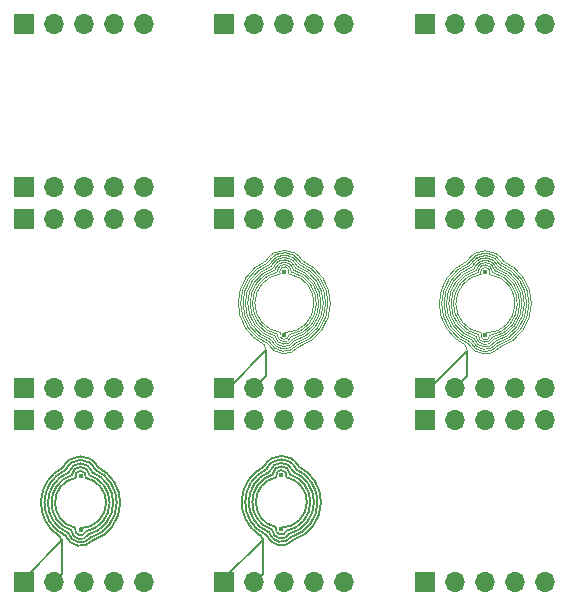
<source format=gbr>
%TF.GenerationSoftware,KiCad,Pcbnew,7.0.10*%
%TF.CreationDate,2024-02-14T10:35:43+01:00*%
%TF.ProjectId,Planar_XFMR,506c616e-6172-45f5-9846-4d522e6b6963,A*%
%TF.SameCoordinates,Original*%
%TF.FileFunction,Copper,L3,Inr*%
%TF.FilePolarity,Positive*%
%FSLAX46Y46*%
G04 Gerber Fmt 4.6, Leading zero omitted, Abs format (unit mm)*
G04 Created by KiCad (PCBNEW 7.0.10) date 2024-02-14 10:35:43*
%MOMM*%
%LPD*%
G01*
G04 APERTURE LIST*
%TA.AperFunction,NonConductor*%
%ADD10C,0.100000*%
%TD*%
%TA.AperFunction,NonConductor*%
%ADD11C,0.200000*%
%TD*%
%TA.AperFunction,ComponentPad*%
%ADD12R,1.700000X1.700000*%
%TD*%
%TA.AperFunction,ComponentPad*%
%ADD13O,1.700000X1.700000*%
%TD*%
%TA.AperFunction,ViaPad*%
%ADD14C,0.450000*%
%TD*%
%TA.AperFunction,Conductor*%
%ADD15C,0.200000*%
%TD*%
G04 APERTURE END LIST*
D10*
X149992314Y-59997959D02*
G75*
G03*
X152520925Y-56635459I-971389J3362500D01*
G01*
X147481333Y-53052212D02*
G75*
G03*
X145120925Y-56635459I1539592J-3583247D01*
G01*
X147756862Y-53371697D02*
G75*
G03*
X145520925Y-56635459I1264063J-3263762D01*
G01*
X145720926Y-56635459D02*
G75*
G03*
X147916980Y-59745330I3299999J0D01*
G01*
X147629777Y-53206945D02*
G75*
G03*
X145320925Y-56635459I1391148J-3428514D01*
G01*
X150113169Y-60170569D02*
G75*
G03*
X152720925Y-56635459I-1092244J3535110D01*
G01*
X150232695Y-60342427D02*
G75*
G03*
X152920925Y-56635459I-1211770J3706968D01*
G01*
X149594929Y-59485154D02*
G75*
G03*
X149799077Y-53834616I-574004J2849695D01*
G01*
X148663154Y-59131574D02*
G75*
G03*
X149420925Y-59310459I357771J-178885D01*
G01*
X148430000Y-54000918D02*
G75*
G03*
X146320925Y-56635459I590925J-2634541D01*
G01*
X146120925Y-56635459D02*
G75*
G03*
X148244628Y-59429625I2900000J0D01*
G01*
X148244628Y-53841293D02*
G75*
G03*
X146120925Y-56635459I776297J-2794166D01*
G01*
X149739635Y-59650995D02*
G75*
G03*
X152120925Y-56635459I-718710J3015536D01*
G01*
X146320926Y-56635459D02*
G75*
G03*
X148430000Y-59269999I2699999J0D01*
G01*
X150420752Y-53185554D02*
G75*
G03*
X147806116Y-52919194I-1399827J-774905D01*
G01*
X148235502Y-59462477D02*
G75*
G03*
X149741365Y-59658258I785423J152018D01*
G01*
X150287873Y-53364248D02*
G75*
G03*
X147925109Y-53088787I-1266948J-596211D01*
G01*
X150131822Y-53506001D02*
G75*
G03*
X148045925Y-53260459I-1110897J-454458D01*
G01*
X148420926Y-59310459D02*
G75*
G03*
X149594928Y-59485156I599999J0D01*
G01*
X149974803Y-53659234D02*
G75*
G03*
X148169863Y-53434803I-953878J-301225D01*
G01*
X147910028Y-59764917D02*
G75*
G03*
X149995925Y-60010459I1110897J454458D01*
G01*
X147756862Y-53371697D02*
G75*
G03*
X145520925Y-56635459I1264063J-3263762D01*
G01*
X149020925Y-59135458D02*
G75*
G03*
X149375627Y-54160751I0J2499999D01*
G01*
X147621098Y-60085364D02*
G75*
G03*
X150235734Y-60351724I1399827J774905D01*
G01*
X145720926Y-56635459D02*
G75*
G03*
X147916980Y-59745330I3299999J0D01*
G01*
X150113169Y-60170569D02*
G75*
G03*
X152720925Y-56635459I-1092244J3535110D01*
G01*
X149806348Y-53808441D02*
G75*
G03*
X148300485Y-53612660I-785423J-152018D01*
G01*
X147481333Y-53052212D02*
G75*
G03*
X145120925Y-56635459I1539592J-3583247D01*
G01*
X149992314Y-59997959D02*
G75*
G03*
X152520925Y-56635459I-971389J3362500D01*
G01*
X149620924Y-53960459D02*
G75*
G03*
X148446922Y-53785762I-599999J0D01*
G01*
X147629777Y-53206945D02*
G75*
G03*
X145320925Y-56635459I1391148J-3428514D01*
G01*
X150232695Y-60342427D02*
G75*
G03*
X152920925Y-56635459I-1211770J3706968D01*
G01*
X148620926Y-53960459D02*
G75*
G03*
X148663155Y-54139344I399999J0D01*
G01*
X148067047Y-59611684D02*
G75*
G03*
X149871987Y-59836115I953878J301225D01*
G01*
X148666222Y-54160750D02*
G75*
G03*
X146520925Y-56635459I354703J-2474709D01*
G01*
X147753977Y-59906670D02*
G75*
G03*
X150116741Y-60182131I1266948J596211D01*
G01*
X149620925Y-53960459D02*
G75*
G03*
X148420925Y-53960459I-600000J0D01*
G01*
X149378696Y-54139344D02*
G75*
G03*
X148620925Y-53960459I-357771J178885D01*
G01*
X145920925Y-56635459D02*
G75*
G03*
X148074783Y-59587546I3100000J0D01*
G01*
X149420925Y-59310458D02*
G75*
G03*
X149612888Y-53996293I-400000J2674999D01*
G01*
X149974803Y-53659234D02*
G75*
G03*
X148067047Y-53659234I-953878J-301225D01*
G01*
X150131821Y-53506001D02*
G75*
G03*
X147901326Y-53527886I-1110896J-454458D01*
G01*
X145120925Y-56635459D02*
G75*
G03*
X147315873Y-60142994I3900000J0D01*
G01*
X145320926Y-56635459D02*
G75*
G03*
X147629778Y-60063972I3699999J0D01*
G01*
X147910028Y-59764917D02*
G75*
G03*
X149995925Y-60010459I1110897J454458D01*
G01*
X148235502Y-59462477D02*
G75*
G03*
X149741365Y-59658258I785423J152018D01*
G01*
X148067047Y-59611684D02*
G75*
G03*
X149871987Y-59836115I953878J301225D01*
G01*
X147621098Y-60085364D02*
G75*
G03*
X150235734Y-60351724I1399827J774905D01*
G01*
X148420926Y-59310459D02*
G75*
G03*
X149594928Y-59485156I599999J0D01*
G01*
X148620926Y-53960459D02*
G75*
G03*
X148663155Y-54139344I399999J0D01*
G01*
X147753977Y-59906670D02*
G75*
G03*
X150116741Y-60182131I1266948J596211D01*
G01*
X149020925Y-59135458D02*
G75*
G03*
X149375627Y-54160751I0J2499999D01*
G01*
X149974803Y-53659234D02*
G75*
G03*
X148169863Y-53434803I-953878J-301225D01*
G01*
X149620924Y-53960459D02*
G75*
G03*
X148446922Y-53785762I-599999J0D01*
G01*
X150287873Y-53364248D02*
G75*
G03*
X147925109Y-53088787I-1266948J-596211D01*
G01*
X149806348Y-53808441D02*
G75*
G03*
X148300485Y-53612660I-785423J-152018D01*
G01*
X150420752Y-53185554D02*
G75*
G03*
X147806116Y-52919194I-1399827J-774905D01*
G01*
X150131822Y-53506001D02*
G75*
G03*
X148045925Y-53260459I-1110897J-454458D01*
G01*
X148666222Y-54160750D02*
G75*
G03*
X146520925Y-56635459I354703J-2474709D01*
G01*
X149378695Y-54139344D02*
G75*
G03*
X148620926Y-53960459I-357770J178885D01*
G01*
X150573040Y-53048900D02*
G75*
G03*
X147475242Y-53038035I-1552115J-911559D01*
G01*
X150287873Y-53364248D02*
G75*
G03*
X147753977Y-53364248I-1266948J-596211D01*
G01*
X150420752Y-53185554D02*
G75*
G03*
X147621098Y-53185554I-1399827J-774905D01*
G01*
X149806349Y-53808441D02*
G75*
G03*
X148235501Y-53808441I-785424J-152018D01*
G01*
X152720925Y-56635459D02*
G75*
G03*
X150412073Y-53206945I-3700000J0D01*
G01*
X152920925Y-56635459D02*
G75*
G03*
X150569863Y-53056242I-3900000J0D01*
G01*
X148663155Y-59131574D02*
G75*
G03*
X149420924Y-59310459I357770J-178885D01*
G01*
X145520926Y-56635459D02*
G75*
G03*
X147756862Y-59899220I3499999J0D01*
G01*
X152520924Y-56635459D02*
G75*
G03*
X150284988Y-53371698I-3499999J0D01*
G01*
X146520926Y-56635459D02*
G75*
G03*
X148666222Y-59110167I2499999J0D01*
G01*
X149868936Y-59824640D02*
G75*
G03*
X152320925Y-56635459I-848011J3189181D01*
G01*
X152120924Y-56635459D02*
G75*
G03*
X149967068Y-53683374I-3099999J0D01*
G01*
X149378695Y-54139344D02*
G75*
G03*
X148620926Y-53960459I-357770J178885D01*
G01*
X150573040Y-53048900D02*
G75*
G03*
X147475242Y-53038035I-1552115J-911559D01*
G01*
X150287873Y-53364248D02*
G75*
G03*
X147753977Y-53364248I-1266948J-596211D01*
G01*
X150420752Y-53185554D02*
G75*
G03*
X147621098Y-53185554I-1399827J-774905D01*
G01*
X149806349Y-53808441D02*
G75*
G03*
X148235501Y-53808441I-785424J-152018D01*
G01*
X152320924Y-56635459D02*
G75*
G03*
X150124870Y-53525588I-3299999J0D01*
G01*
X148074782Y-53683373D02*
G75*
G03*
X145920925Y-56635459I946143J-2952086D01*
G01*
X147902378Y-53530809D02*
G75*
G03*
X145720925Y-56635459I1118547J-3104650D01*
G01*
X152320924Y-56635459D02*
G75*
G03*
X150124870Y-53525588I-3299999J0D01*
G01*
X148074782Y-53683373D02*
G75*
G03*
X145920925Y-56635459I946143J-2952086D01*
G01*
X152720925Y-56635459D02*
G75*
G03*
X150412073Y-53206945I-3700000J0D01*
G01*
X146520926Y-56635459D02*
G75*
G03*
X148666222Y-59110167I2499999J0D01*
G01*
X152120924Y-56635459D02*
G75*
G03*
X149967068Y-53683374I-3099999J0D01*
G01*
X149868936Y-59824640D02*
G75*
G03*
X152320925Y-56635459I-848011J3189181D01*
G01*
X147902378Y-53530809D02*
G75*
G03*
X145720925Y-56635459I1118547J-3104650D01*
G01*
X152920925Y-56635459D02*
G75*
G03*
X150569863Y-53056242I-3900000J0D01*
G01*
X148663155Y-59131574D02*
G75*
G03*
X149420924Y-59310459I357770J-178885D01*
G01*
X145520926Y-56635459D02*
G75*
G03*
X147756862Y-59899220I3499999J0D01*
G01*
X152520924Y-56635459D02*
G75*
G03*
X150284988Y-53371698I-3499999J0D01*
G01*
X145120925Y-56635459D02*
G75*
G03*
X147315873Y-60142994I3900000J0D01*
G01*
X145320926Y-56635459D02*
G75*
G03*
X147629778Y-60063972I3699999J0D01*
G01*
X149620925Y-53960459D02*
G75*
G03*
X148420925Y-53960459I-600000J0D01*
G01*
X149378696Y-54139344D02*
G75*
G03*
X148620925Y-53960459I-357771J178885D01*
G01*
X150131821Y-53506001D02*
G75*
G03*
X147901326Y-53527886I-1110896J-454458D01*
G01*
X149974803Y-53659234D02*
G75*
G03*
X148067047Y-53659234I-953878J-301225D01*
G01*
X149420925Y-59310458D02*
G75*
G03*
X149612888Y-53996293I-400000J2674999D01*
G01*
X145920925Y-56635459D02*
G75*
G03*
X148074783Y-59587546I3100000J0D01*
G01*
X149739635Y-59650995D02*
G75*
G03*
X152120925Y-56635459I-718710J3015536D01*
G01*
X148430000Y-54000918D02*
G75*
G03*
X146320925Y-56635459I590925J-2634541D01*
G01*
X146120925Y-56635459D02*
G75*
G03*
X148244628Y-59429625I2900000J0D01*
G01*
X146320926Y-56635459D02*
G75*
G03*
X148430000Y-59269999I2699999J0D01*
G01*
X148244628Y-53841293D02*
G75*
G03*
X146120925Y-56635459I776297J-2794166D01*
G01*
X149594929Y-59485154D02*
G75*
G03*
X149799077Y-53834616I-574004J2849695D01*
G01*
X148663154Y-59131574D02*
G75*
G03*
X149420925Y-59310459I357771J-178885D01*
G01*
X147315873Y-60142994D02*
X147470925Y-60660459D01*
X130294948Y-60107535D02*
X130450000Y-60625000D01*
X132971389Y-59962500D02*
G75*
G03*
X135500000Y-56600000I-971389J3362500D01*
G01*
X130460408Y-53016753D02*
G75*
G03*
X128100000Y-56600000I1539592J-3583247D01*
G01*
X130735937Y-53336238D02*
G75*
G03*
X128500000Y-56600000I1264063J-3263762D01*
G01*
X128700001Y-56600000D02*
G75*
G03*
X130896055Y-59709871I3299999J0D01*
G01*
X130608852Y-53171486D02*
G75*
G03*
X128300000Y-56600000I1391148J-3428514D01*
G01*
X133092244Y-60135110D02*
G75*
G03*
X135700000Y-56600000I-1092244J3535110D01*
G01*
X133211770Y-60306968D02*
G75*
G03*
X135900000Y-56600000I-1211770J3706968D01*
G01*
X130889103Y-59729458D02*
G75*
G03*
X132975000Y-59975000I1110897J454458D01*
G01*
X131214577Y-59427018D02*
G75*
G03*
X132720440Y-59622799I785423J152018D01*
G01*
X131046122Y-59576225D02*
G75*
G03*
X132851062Y-59800656I953878J301225D01*
G01*
X130600173Y-60049905D02*
G75*
G03*
X133214809Y-60316265I1399827J774905D01*
G01*
X131400001Y-59275000D02*
G75*
G03*
X132574003Y-59449697I599999J0D01*
G01*
X131600001Y-53925000D02*
G75*
G03*
X131642230Y-54103885I399999J0D01*
G01*
X130733052Y-59871211D02*
G75*
G03*
X133095816Y-60146672I1266948J596211D01*
G01*
X132000000Y-59099999D02*
G75*
G03*
X132354702Y-54125292I0J2499999D01*
G01*
X132953878Y-53623775D02*
G75*
G03*
X131148938Y-53399344I-953878J-301225D01*
G01*
X132599999Y-53925000D02*
G75*
G03*
X131425997Y-53750303I-599999J0D01*
G01*
X133266948Y-53328789D02*
G75*
G03*
X130904184Y-53053328I-1266948J-596211D01*
G01*
X132785423Y-53772982D02*
G75*
G03*
X131279560Y-53577201I-785423J-152018D01*
G01*
X133399827Y-53150095D02*
G75*
G03*
X130785191Y-52883735I-1399827J-774905D01*
G01*
X133110897Y-53470542D02*
G75*
G03*
X131025000Y-53225000I-1110897J-454458D01*
G01*
X131645297Y-54125291D02*
G75*
G03*
X129500000Y-56600000I354703J-2474709D01*
G01*
X132357770Y-54103885D02*
G75*
G03*
X131600001Y-53925000I-357770J178885D01*
G01*
X133552115Y-53013441D02*
G75*
G03*
X130454317Y-53002576I-1552115J-911559D01*
G01*
X133266948Y-53328789D02*
G75*
G03*
X130733052Y-53328789I-1266948J-596211D01*
G01*
X133399827Y-53150095D02*
G75*
G03*
X130600173Y-53150095I-1399827J-774905D01*
G01*
X132785424Y-53772982D02*
G75*
G03*
X131214576Y-53772982I-785424J-152018D01*
G01*
X135299999Y-56600000D02*
G75*
G03*
X133103945Y-53490129I-3299999J0D01*
G01*
X131053857Y-53647914D02*
G75*
G03*
X128900000Y-56600000I946143J-2952086D01*
G01*
X135700000Y-56600000D02*
G75*
G03*
X133391148Y-53171486I-3700000J0D01*
G01*
X129500001Y-56600000D02*
G75*
G03*
X131645297Y-59074708I2499999J0D01*
G01*
X135099999Y-56600000D02*
G75*
G03*
X132946143Y-53647915I-3099999J0D01*
G01*
X132848011Y-59789181D02*
G75*
G03*
X135300000Y-56600000I-848011J3189181D01*
G01*
X130881453Y-53495350D02*
G75*
G03*
X128700000Y-56600000I1118547J-3104650D01*
G01*
X135900000Y-56600000D02*
G75*
G03*
X133548938Y-53020783I-3900000J0D01*
G01*
X131642230Y-59096115D02*
G75*
G03*
X132399999Y-59275000I357770J-178885D01*
G01*
X128500001Y-56600000D02*
G75*
G03*
X130735937Y-59863761I3499999J0D01*
G01*
X135499999Y-56600000D02*
G75*
G03*
X133264063Y-53336239I-3499999J0D01*
G01*
X128100000Y-56600000D02*
G75*
G03*
X130294948Y-60107535I3900000J0D01*
G01*
X128300001Y-56600000D02*
G75*
G03*
X130608853Y-60028513I3699999J0D01*
G01*
X132600000Y-53925000D02*
G75*
G03*
X131400000Y-53925000I-600000J0D01*
G01*
X132357771Y-54103885D02*
G75*
G03*
X131600000Y-53925000I-357771J178885D01*
G01*
X133110896Y-53470542D02*
G75*
G03*
X130880401Y-53492427I-1110896J-454458D01*
G01*
X132953878Y-53623775D02*
G75*
G03*
X131046122Y-53623775I-953878J-301225D01*
G01*
X132400000Y-59274999D02*
G75*
G03*
X132591963Y-53960834I-400000J2674999D01*
G01*
X128900000Y-56600000D02*
G75*
G03*
X131053858Y-59552087I3100000J0D01*
G01*
X132718710Y-59615536D02*
G75*
G03*
X135100000Y-56600000I-718710J3015536D01*
G01*
X131409075Y-53965459D02*
G75*
G03*
X129300000Y-56600000I590925J-2634541D01*
G01*
X129100000Y-56600000D02*
G75*
G03*
X131223703Y-59394166I2900000J0D01*
G01*
X129300001Y-56600000D02*
G75*
G03*
X131409075Y-59234540I2699999J0D01*
G01*
X131223703Y-53805834D02*
G75*
G03*
X129100000Y-56600000I776297J-2794166D01*
G01*
X132574004Y-59449695D02*
G75*
G03*
X132778152Y-53799157I-574004J2849695D01*
G01*
X131642229Y-59096115D02*
G75*
G03*
X132400000Y-59275000I357771J-178885D01*
G01*
X135499999Y-56600000D02*
G75*
G03*
X133264063Y-53336239I-3499999J0D01*
G01*
X128100000Y-56600000D02*
G75*
G03*
X130294948Y-60107535I3900000J0D01*
G01*
X128300001Y-56600000D02*
G75*
G03*
X130608853Y-60028513I3699999J0D01*
G01*
X128500001Y-56600000D02*
G75*
G03*
X130735937Y-59863761I3499999J0D01*
G01*
X128700001Y-56600000D02*
G75*
G03*
X130896055Y-59709871I3299999J0D01*
G01*
X133211770Y-60306968D02*
G75*
G03*
X135900000Y-56600000I-1211770J3706968D01*
G01*
X133092244Y-60135110D02*
G75*
G03*
X135700000Y-56600000I-1092244J3535110D01*
G01*
X132971389Y-59962500D02*
G75*
G03*
X135500000Y-56600000I-971389J3362500D01*
G01*
X130460408Y-53016753D02*
G75*
G03*
X128100000Y-56600000I1539592J-3583247D01*
G01*
X130608852Y-53171486D02*
G75*
G03*
X128300000Y-56600000I1391148J-3428514D01*
G01*
X130735937Y-53336238D02*
G75*
G03*
X128500000Y-56600000I1264063J-3263762D01*
G01*
X130881453Y-53495350D02*
G75*
G03*
X128700000Y-56600000I1118547J-3104650D01*
G01*
X131053857Y-53647914D02*
G75*
G03*
X128900000Y-56600000I946143J-2952086D01*
G01*
X135900000Y-56600000D02*
G75*
G03*
X133548938Y-53020783I-3900000J0D01*
G01*
X135700000Y-56600000D02*
G75*
G03*
X133391148Y-53171486I-3700000J0D01*
G01*
X135299999Y-56600000D02*
G75*
G03*
X133103945Y-53490129I-3299999J0D01*
G01*
X135099999Y-56600000D02*
G75*
G03*
X132946143Y-53647915I-3099999J0D01*
G01*
X132848011Y-59789181D02*
G75*
G03*
X135300000Y-56600000I-848011J3189181D01*
G01*
X128900000Y-56600000D02*
G75*
G03*
X131053858Y-59552087I3100000J0D01*
G01*
X132718710Y-59615536D02*
G75*
G03*
X135100000Y-56600000I-718710J3015536D01*
G01*
X129100000Y-56600000D02*
G75*
G03*
X131223703Y-59394166I2900000J0D01*
G01*
X131223703Y-53805834D02*
G75*
G03*
X129100000Y-56600000I776297J-2794166D01*
G01*
X132574004Y-59449695D02*
G75*
G03*
X132778152Y-53799157I-574004J2849695D01*
G01*
X129300001Y-56600000D02*
G75*
G03*
X131409075Y-59234540I2699999J0D01*
G01*
X131409075Y-53965459D02*
G75*
G03*
X129300000Y-56600000I590925J-2634541D01*
G01*
X132400000Y-59274999D02*
G75*
G03*
X132591963Y-53960834I-400000J2674999D01*
G01*
X129500001Y-56600000D02*
G75*
G03*
X131645297Y-59074708I2499999J0D01*
G01*
X131645297Y-54125291D02*
G75*
G03*
X129500000Y-56600000I354703J-2474709D01*
G01*
X132000000Y-59099999D02*
G75*
G03*
X132354702Y-54125292I0J2499999D01*
G01*
X133110897Y-53470542D02*
G75*
G03*
X131025000Y-53225000I-1110897J-454458D01*
G01*
X132785423Y-53772982D02*
G75*
G03*
X131279560Y-53577201I-785423J-152018D01*
G01*
X132953878Y-53623775D02*
G75*
G03*
X131148938Y-53399344I-953878J-301225D01*
G01*
X133399827Y-53150095D02*
G75*
G03*
X130785191Y-52883735I-1399827J-774905D01*
G01*
X132599999Y-53925000D02*
G75*
G03*
X131425997Y-53750303I-599999J0D01*
G01*
X133266948Y-53328789D02*
G75*
G03*
X130904184Y-53053328I-1266948J-596211D01*
G01*
X133266948Y-53328789D02*
G75*
G03*
X130733052Y-53328789I-1266948J-596211D01*
G01*
X133399827Y-53150095D02*
G75*
G03*
X130600173Y-53150095I-1399827J-774905D01*
G01*
X133552115Y-53013441D02*
G75*
G03*
X130454317Y-53002576I-1552115J-911559D01*
G01*
X132357770Y-54103885D02*
G75*
G03*
X131600001Y-53925000I-357770J178885D01*
G01*
X132785424Y-53772982D02*
G75*
G03*
X131214576Y-53772982I-785424J-152018D01*
G01*
X133110896Y-53470542D02*
G75*
G03*
X130880401Y-53492427I-1110896J-454458D01*
G01*
X132953878Y-53623775D02*
G75*
G03*
X131046122Y-53623775I-953878J-301225D01*
G01*
X132600000Y-53925000D02*
G75*
G03*
X131400000Y-53925000I-600000J0D01*
G01*
X132357771Y-54103885D02*
G75*
G03*
X131600000Y-53925000I-357771J178885D01*
G01*
X131600001Y-53925000D02*
G75*
G03*
X131642230Y-54103885I399999J0D01*
G01*
X130600173Y-60049905D02*
G75*
G03*
X133214809Y-60316265I1399827J774905D01*
G01*
X130733052Y-59871211D02*
G75*
G03*
X133095816Y-60146672I1266948J596211D01*
G01*
X130889103Y-59729458D02*
G75*
G03*
X132975000Y-59975000I1110897J454458D01*
G01*
X131046122Y-59576225D02*
G75*
G03*
X132851062Y-59800656I953878J301225D01*
G01*
X131214577Y-59427018D02*
G75*
G03*
X132720440Y-59622799I785423J152018D01*
G01*
X131400001Y-59275000D02*
G75*
G03*
X132574003Y-59449697I599999J0D01*
G01*
X131642230Y-59096115D02*
G75*
G03*
X132399999Y-59275000I357770J-178885D01*
G01*
X131642229Y-59096115D02*
G75*
G03*
X132400000Y-59275000I357771J-178885D01*
G01*
D11*
X117809999Y-73500000D02*
G75*
G03*
X115988906Y-70702017I-3059999J0D01*
G01*
X115182774Y-75921633D02*
G75*
G03*
X117210000Y-73500000I-432774J2421633D01*
G01*
X130707707Y-76005626D02*
G75*
G03*
X132603695Y-76388445I1042293J275626D01*
G01*
X115776033Y-76689020D02*
G75*
G03*
X118100014Y-73500000I-1026033J3189020D01*
G01*
X134510000Y-73450000D02*
G75*
G03*
X132742565Y-70874652I-2760000J0D01*
G01*
X113962888Y-75830676D02*
G75*
G03*
X115424557Y-76188762I787112J50676D01*
G01*
X113507557Y-70703586D02*
G75*
G03*
X113475385Y-76281897I1242443J-2796414D01*
G01*
X131329942Y-71331238D02*
G75*
G03*
X131309459Y-75564598I420058J-2118762D01*
G01*
X132495536Y-71088297D02*
G75*
G03*
X131003161Y-71101212I-745536J-81703D01*
G01*
X133223873Y-70428247D02*
G75*
G03*
X130270163Y-70440217I-1473873J-741753D01*
G01*
X113707707Y-76055626D02*
G75*
G03*
X115603695Y-76438445I1042293J275626D01*
G01*
X132750962Y-70852864D02*
G75*
G03*
X130741890Y-70876376I-1000962J-317136D01*
G01*
X115750962Y-70902864D02*
G75*
G03*
X113741890Y-70926376I-1000962J-317136D01*
G01*
X115495536Y-71138297D02*
G75*
G03*
X114003161Y-71151212I-745536J-81703D01*
G01*
X117210000Y-73500000D02*
G75*
G03*
X115490545Y-71154111I-2460000J0D01*
G01*
X113475385Y-76281898D02*
G75*
G03*
X115775346Y-76688411I1274615J501898D01*
G01*
X130475385Y-76231898D02*
G75*
G03*
X132775346Y-76638411I1274615J501898D01*
G01*
X132409983Y-76129930D02*
G75*
G03*
X134510000Y-73450000I-659983J2679930D01*
G01*
X130271882Y-70443714D02*
G75*
G03*
X129915217Y-76252884I1478118J-3006286D01*
G01*
X129915217Y-76252885D02*
X130170000Y-76600000D01*
X116910000Y-73500000D02*
G75*
G03*
X115172317Y-71381687I-2160000J0D01*
G01*
X115992892Y-70693014D02*
G75*
G03*
X113505040Y-70697919I-1242892J-526986D01*
G01*
X113271882Y-70493714D02*
G75*
G03*
X112915217Y-76302884I1478118J-3006286D01*
G01*
X131004575Y-71105660D02*
G75*
G03*
X130962886Y-75780674I745425J-2344340D01*
G01*
X132182774Y-75871633D02*
G75*
G03*
X134210000Y-73450000I-432774J2421633D01*
G01*
X117510000Y-73500000D02*
G75*
G03*
X115742565Y-70924652I-2760000J0D01*
G01*
X135100013Y-73450000D02*
G75*
G03*
X133218602Y-70439054I-3350013J0D01*
G01*
X130743357Y-70880123D02*
G75*
G03*
X130707706Y-76005626I1006643J-2569877D01*
G01*
X132603750Y-76388488D02*
G75*
G03*
X134810000Y-73450000I-853750J2938488D01*
G01*
X132776033Y-76639020D02*
G75*
G03*
X135100014Y-73450000I-1026033J3189020D01*
G01*
X133910000Y-73450000D02*
G75*
G03*
X132172317Y-71331687I-2160000J0D01*
G01*
X114004575Y-71155660D02*
G75*
G03*
X113962886Y-75830674I745425J-2344340D01*
G01*
X130507557Y-70653586D02*
G75*
G03*
X130475385Y-76231897I1242443J-2796414D01*
G01*
X114750000Y-75660000D02*
G75*
G03*
X116910000Y-73500000I0J2160000D01*
G01*
X114300000Y-75660000D02*
G75*
G03*
X115186488Y-75942414I450000J-120000D01*
G01*
X132174995Y-71318254D02*
G75*
G03*
X131330137Y-71332220I-424995J148254D01*
G01*
X118100013Y-73500000D02*
G75*
G03*
X116218602Y-70489054I-3350013J0D01*
G01*
X131300000Y-75610000D02*
G75*
G03*
X132186488Y-75892414I450000J-120000D01*
G01*
X134809999Y-73450000D02*
G75*
G03*
X132988906Y-70652017I-3059999J0D01*
G01*
X132992892Y-70643014D02*
G75*
G03*
X130505040Y-70647919I-1242892J-526986D01*
G01*
X116223873Y-70478247D02*
G75*
G03*
X113270163Y-70490217I-1473873J-741753D01*
G01*
X130962888Y-75780676D02*
G75*
G03*
X132424557Y-76138762I787112J50676D01*
G01*
X112915217Y-76302885D02*
X113170000Y-76650000D01*
X134210000Y-73450000D02*
G75*
G03*
X132490545Y-71104111I-2460000J0D01*
G01*
X114329942Y-71381238D02*
G75*
G03*
X114309459Y-75614598I420058J-2118762D01*
G01*
X115174995Y-71368254D02*
G75*
G03*
X114330137Y-71382220I-424995J148254D01*
G01*
X115409983Y-76179930D02*
G75*
G03*
X117510000Y-73500000I-659983J2679930D01*
G01*
X131750000Y-75610000D02*
G75*
G03*
X133910000Y-73450000I0J2160000D01*
G01*
X113743357Y-70930123D02*
G75*
G03*
X113707706Y-76055626I1006643J-2569877D01*
G01*
X115603750Y-76438488D02*
G75*
G03*
X117810000Y-73500000I-853750J2938488D01*
G01*
D12*
%TO.N,Net-(J4-Pin_4)*%
%TO.C,J6*%
X143925000Y-46750000D03*
D13*
X146465000Y-46750000D03*
%TO.N,Net-(J11-Pin_3)*%
X149005000Y-46750000D03*
%TO.N,Net-(J6-Pin_4)*%
X151545000Y-46750000D03*
X154085000Y-46750000D03*
%TD*%
D12*
%TO.N,Net-(J10-Pin_1)*%
%TO.C,J10*%
X126925000Y-63750000D03*
D13*
X129465000Y-63750000D03*
%TO.N,Net-(J10-Pin_3)*%
X132005000Y-63750000D03*
%TO.N,Net-(J10-Pin_4)*%
X134545000Y-63750000D03*
X137085000Y-63750000D03*
%TD*%
D12*
%TO.N,Net-(J2-Pin_1)*%
%TO.C,J2*%
X109925000Y-46750000D03*
D13*
X112465000Y-46750000D03*
%TO.N,Net-(J2-Pin_3)*%
X115005000Y-46750000D03*
%TO.N,Net-(J2-Pin_4)*%
X117545000Y-46750000D03*
X120085000Y-46750000D03*
%TD*%
D12*
%TO.N,Net-(J1-Pin_4)*%
%TO.C,J3*%
X126925000Y-33000000D03*
D13*
X129465000Y-33000000D03*
%TO.N,unconnected-(J3-Pin_3-Pad3)*%
X132005000Y-33000000D03*
%TO.N,Net-(J3-Pin_4)*%
X134545000Y-33000000D03*
X137085000Y-33000000D03*
%TD*%
D12*
%TO.N,Net-(J10-Pin_4)*%
%TO.C,J12*%
X143925000Y-63750000D03*
D13*
X146465000Y-63750000D03*
%TO.N,Net-(J12-Pin_3)*%
X149005000Y-63750000D03*
%TO.N,Net-(J12-Pin_4)*%
X151545000Y-63750000D03*
X154085000Y-63750000D03*
%TD*%
D12*
%TO.N,Net-(J8-Pin_1)*%
%TO.C,J8*%
X109925000Y-63750000D03*
D13*
X112465000Y-63750000D03*
%TO.N,Net-(J13-Pin_3)*%
X115005000Y-63750000D03*
%TO.N,Net-(J10-Pin_1)*%
X117545000Y-63750000D03*
X120085000Y-63750000D03*
%TD*%
D12*
%TO.N,Net-(J11-Pin_1)*%
%TO.C,J11*%
X143925000Y-49500000D03*
D13*
X146465000Y-49500000D03*
%TO.N,Net-(J11-Pin_3)*%
X149005000Y-49500000D03*
%TO.N,Net-(J11-Pin_4)*%
X151545000Y-49500000D03*
X154085000Y-49500000D03*
%TD*%
D12*
%TO.N,Net-(J16-Pin_4)*%
%TO.C,J18*%
X143925000Y-80250000D03*
D13*
X146465000Y-80250000D03*
%TO.N,unconnected-(J18-Pin_3-Pad3)*%
X149005000Y-80250000D03*
%TO.N,Net-(J18-Pin_4)*%
X151545000Y-80250000D03*
X154085000Y-80250000D03*
%TD*%
D12*
%TO.N,Net-(J14-Pin_4)*%
%TO.C,J16*%
X126925000Y-80250000D03*
D13*
X129465000Y-80250000D03*
%TO.N,unconnected-(J16-Pin_3-Pad3)*%
X132005000Y-80250000D03*
%TO.N,Net-(J16-Pin_4)*%
X134545000Y-80250000D03*
X137085000Y-80250000D03*
%TD*%
D12*
%TO.N,Net-(J15-Pin_4)*%
%TO.C,J17*%
X143925000Y-66500000D03*
D13*
X146465000Y-66500000D03*
%TO.N,Net-(J12-Pin_3)*%
X149005000Y-66500000D03*
%TO.N,Net-(J17-Pin_4)*%
X151545000Y-66500000D03*
X154085000Y-66500000D03*
%TD*%
D12*
%TO.N,Net-(J2-Pin_4)*%
%TO.C,J4*%
X126925000Y-46750000D03*
D13*
X129465000Y-46750000D03*
%TO.N,Net-(J4-Pin_3)*%
X132005000Y-46750000D03*
%TO.N,Net-(J4-Pin_4)*%
X134545000Y-46750000D03*
X137085000Y-46750000D03*
%TD*%
D12*
%TO.N,Net-(J7-Pin_4)*%
%TO.C,J9*%
X126925000Y-49500000D03*
D13*
X129465000Y-49500000D03*
%TO.N,Net-(J4-Pin_3)*%
X132005000Y-49500000D03*
%TO.N,Net-(J11-Pin_1)*%
X134545000Y-49500000D03*
X137085000Y-49500000D03*
%TD*%
D12*
%TO.N,Net-(J7-Pin_1)*%
%TO.C,J7*%
X109925000Y-49500000D03*
D13*
X112465000Y-49500000D03*
%TO.N,Net-(J2-Pin_3)*%
X115005000Y-49500000D03*
%TO.N,Net-(J7-Pin_4)*%
X117545000Y-49500000D03*
X120085000Y-49500000D03*
%TD*%
D12*
%TO.N,Net-(J3-Pin_4)*%
%TO.C,J5*%
X143925000Y-33000000D03*
D13*
X146465000Y-33000000D03*
%TO.N,unconnected-(J5-Pin_3-Pad3)*%
X149005000Y-33000000D03*
%TO.N,Net-(J5-Pin_4)*%
X151545000Y-33000000D03*
X154085000Y-33000000D03*
%TD*%
D12*
%TO.N,Net-(J13-Pin_4)*%
%TO.C,J15*%
X126925000Y-66500000D03*
D13*
X129465000Y-66500000D03*
%TO.N,Net-(J10-Pin_3)*%
X132005000Y-66500000D03*
%TO.N,Net-(J15-Pin_4)*%
X134545000Y-66500000D03*
X137085000Y-66500000D03*
%TD*%
D12*
%TO.N,Net-(J1-Pin_1)*%
%TO.C,J1*%
X109925000Y-33000000D03*
D13*
X112465000Y-33000000D03*
%TO.N,unconnected-(J1-Pin_3-Pad3)*%
X115005000Y-33000000D03*
%TO.N,Net-(J1-Pin_4)*%
X117545000Y-33000000D03*
X120085000Y-33000000D03*
%TD*%
D12*
%TO.N,Net-(J14-Pin_1)*%
%TO.C,J14*%
X109925000Y-80250000D03*
D13*
X112465000Y-80250000D03*
%TO.N,unconnected-(J14-Pin_3-Pad3)*%
X115005000Y-80250000D03*
%TO.N,Net-(J14-Pin_4)*%
X117545000Y-80250000D03*
X120085000Y-80250000D03*
%TD*%
D12*
%TO.N,Net-(J13-Pin_1)*%
%TO.C,J13*%
X109925000Y-66500000D03*
D13*
X112465000Y-66500000D03*
%TO.N,Net-(J13-Pin_3)*%
X115005000Y-66500000D03*
%TO.N,Net-(J13-Pin_4)*%
X117545000Y-66500000D03*
X120085000Y-66500000D03*
%TD*%
D14*
%TO.N,*%
X149020925Y-59310459D03*
X149020925Y-53960459D03*
X132000000Y-53925000D03*
X132000000Y-59275000D03*
X114750000Y-71220000D03*
X114750000Y-75780000D03*
X131750000Y-71170000D03*
X131750000Y-75730000D03*
%TD*%
D15*
%TO.N,Net-(J11-Pin_4)*%
X154095925Y-49485459D02*
X153720925Y-49485459D01*
%TO.N,Net-(J10-Pin_4)*%
X147470925Y-62800459D02*
X147470925Y-60635459D01*
X146485925Y-63785459D02*
X147470925Y-62800459D01*
X143945925Y-63785459D02*
X144320925Y-63785459D01*
X144320925Y-63785459D02*
X147470925Y-60635459D01*
%TO.N,Net-(J10-Pin_1)*%
X127300000Y-63750000D02*
X130450000Y-60600000D01*
X126925000Y-63750000D02*
X127300000Y-63750000D01*
X130450000Y-62765000D02*
X130450000Y-60600000D01*
X129465000Y-63750000D02*
X130450000Y-62765000D01*
%TO.N,Net-(J14-Pin_1)*%
X113170000Y-79570000D02*
X113170000Y-76680000D01*
X109925000Y-80300000D02*
X109925000Y-79925000D01*
X112465000Y-80300000D02*
X112465000Y-80275000D01*
X112465000Y-80275000D02*
X113170000Y-79570000D01*
X109925000Y-79925000D02*
X113170000Y-76680000D01*
%TO.N,Net-(J14-Pin_4)*%
X129465000Y-80225000D02*
X130170000Y-79520000D01*
X129465000Y-80250000D02*
X129465000Y-80225000D01*
X130170000Y-79520000D02*
X130170000Y-76630000D01*
X126925000Y-79875000D02*
X130170000Y-76630000D01*
X126925000Y-80250000D02*
X126925000Y-79875000D01*
%TD*%
M02*

</source>
